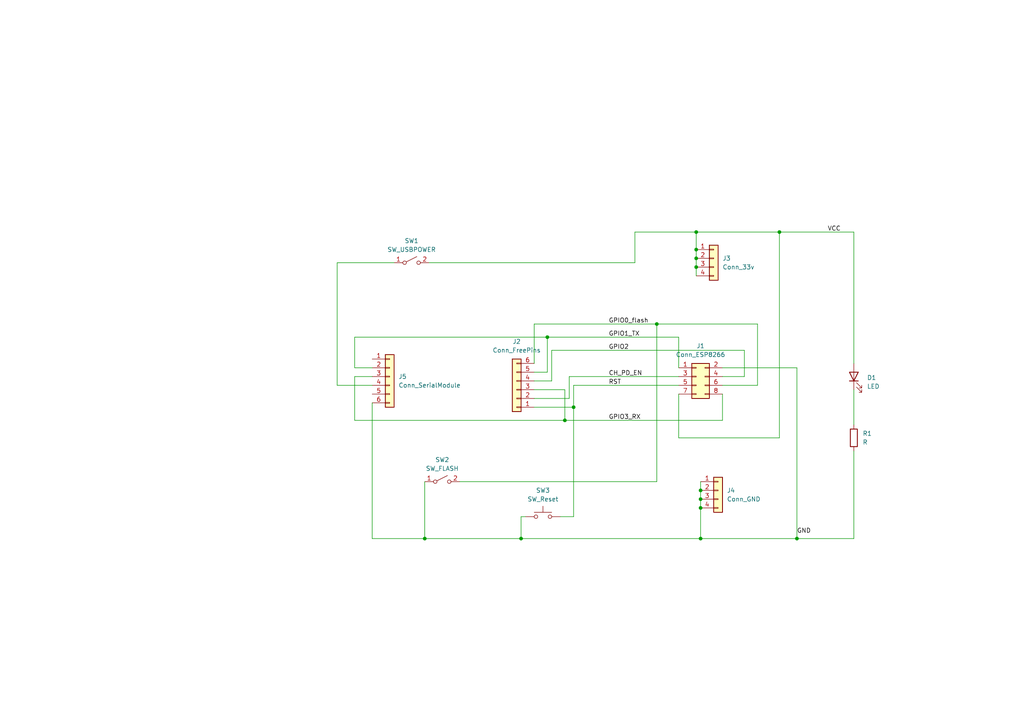
<source format=kicad_sch>
(kicad_sch (version 20231120) (generator "eeschema") (generator_version "8.0")
  (paper "A4")
  (lib_symbols
    (symbol "Connector_Generic:Conn_01x04" (pin_names (offset 1.016) hide)
      (property "Reference" "J" (at 0 5.08 0))
      (property "Value" "Conn_01x04" (at 0 -7.62 0))
      (symbol "Conn_01x04_1_1"
        (rectangle (start -1.27 -4.953) (end 0 -5.207) (stroke (width 0.1524)))
        (rectangle (start -1.27 -2.413) (end 0 -2.667) (stroke (width 0.1524)))
        (rectangle (start -1.27 0.127) (end 0 -0.127) (stroke (width 0.1524)))
        (rectangle (start -1.27 2.667) (end 0 2.413) (stroke (width 0.1524)))
        (rectangle (start -1.27 3.81) (end 1.27 -6.35) (stroke (width 0.254)) (fill (type background)))
        (pin passive line (at -5.08 2.54 0) (length 3.81) (name "Pin_1") (number "1"))
        (pin passive line (at -5.08 0 0) (length 3.81) (name "Pin_2") (number "2"))
        (pin passive line (at -5.08 -2.54 0) (length 3.81) (name "Pin_3") (number "3"))
        (pin passive line (at -5.08 -5.08 0) (length 3.81) (name "Pin_4") (number "4"))
      )
    )
    (symbol "Connector_Generic:Conn_01x06" (pin_names (offset 1.016) hide)
      (property "Reference" "J" (at 0 7.62 0))
      (property "Value" "Conn_01x06" (at 0 -10.16 0))
      (symbol "Conn_01x06_1_1"
        (rectangle (start -1.27 -7.493) (end 0 -7.747) (stroke (width 0.1524)))
        (rectangle (start -1.27 -4.953) (end 0 -5.207) (stroke (width 0.1524)))
        (rectangle (start -1.27 -2.413) (end 0 -2.667) (stroke (width 0.1524)))
        (rectangle (start -1.27 0.127) (end 0 -0.127) (stroke (width 0.1524)))
        (rectangle (start -1.27 2.667) (end 0 2.413) (stroke (width 0.1524)))
        (rectangle (start -1.27 5.207) (end 0 4.953) (stroke (width 0.1524)))
        (rectangle (start -1.27 6.35) (end 1.27 -8.89) (stroke (width 0.254)) (fill (type background)))
        (pin passive line (at -5.08 5.08 0) (length 3.81) (name "Pin_1") (number "1"))
        (pin passive line (at -5.08 2.54 0) (length 3.81) (name "Pin_2") (number "2"))
        (pin passive line (at -5.08 0 0) (length 3.81) (name "Pin_3") (number "3"))
        (pin passive line (at -5.08 -2.54 0) (length 3.81) (name "Pin_4") (number "4"))
        (pin passive line (at -5.08 -5.08 0) (length 3.81) (name "Pin_5") (number "5"))
        (pin passive line (at -5.08 -7.62 0) (length 3.81) (name "Pin_6") (number "6"))
      )
    )
    (symbol "Connector_Generic:Conn_02x04_Odd_Even" (pin_names (offset 1.016) hide)
      (property "Reference" "J" (at 1.27 5.08 0))
      (property "Value" "Conn_02x04_Odd_Even" (at 1.27 -7.62 0))
      (symbol "Conn_02x04_Odd_Even_1_1"
        (rectangle (start -1.27 -4.953) (end 0 -5.207) (stroke (width 0.1524)))
        (rectangle (start -1.27 -2.413) (end 0 -2.667) (stroke (width 0.1524)))
        (rectangle (start -1.27 0.127) (end 0 -0.127) (stroke (width 0.1524)))
        (rectangle (start -1.27 2.667) (end 0 2.413) (stroke (width 0.1524)))
        (rectangle (start -1.27 3.81) (end 3.81 -6.35) (stroke (width 0.254)) (fill (type background)))
        (rectangle (start 3.81 -4.953) (end 2.54 -5.207) (stroke (width 0.1524)))
        (rectangle (start 3.81 -2.413) (end 2.54 -2.667) (stroke (width 0.1524)))
        (rectangle (start 3.81 0.127) (end 2.54 -0.127) (stroke (width 0.1524)))
        (rectangle (start 3.81 2.667) (end 2.54 2.413) (stroke (width 0.1524)))
        (pin passive line (at -5.08 2.54 0) (length 3.81) (name "Pin_1") (number "1"))
        (pin passive line (at 7.62 2.54 180) (length 3.81) (name "Pin_2") (number "2"))
        (pin passive line (at -5.08 0 0) (length 3.81) (name "Pin_3") (number "3"))
        (pin passive line (at 7.62 0 180) (length 3.81) (name "Pin_4") (number "4"))
        (pin passive line (at -5.08 -2.54 0) (length 3.81) (name "Pin_5") (number "5"))
        (pin passive line (at 7.62 -2.54 180) (length 3.81) (name "Pin_6") (number "6"))
        (pin passive line (at -5.08 -5.08 0) (length 3.81) (name "Pin_7") (number "7"))
        (pin passive line (at 7.62 -5.08 180) (length 3.81) (name "Pin_8") (number "8"))
      )
    )
    (symbol "Device:LED" (pin_numbers hide) (pin_names (offset 1.016) hide)
      (property "Reference" "D" (at 0 2.54 0))
      (property "Value" "LED" (at 0 -2.54 0))
      (symbol "LED_0_1"
        (polyline (pts (xy -1.27 -1.27) (xy -1.27 1.27)) (stroke (width 0.254)))
        (polyline (pts (xy -1.27 0) (xy 1.27 0)))
        (polyline (pts (xy 1.27 -1.27) (xy 1.27 1.27) (xy -1.27 0) (xy 1.27 -1.27)) (stroke (width 0.254)))
        (polyline (pts (xy -3.048 -0.762) (xy -4.572 -2.286) (xy -3.81 -2.286) (xy -4.572 -2.286) (xy -4.572 -1.524)))
        (polyline (pts (xy -1.778 -0.762) (xy -3.302 -2.286) (xy -2.54 -2.286) (xy -3.302 -2.286) (xy -3.302 -1.524)))
      )
      (symbol "LED_1_1"
        (pin passive line (at -3.81 0 0) (length 2.54) (name "K") (number "1"))
        (pin passive line (at 3.81 0 180) (length 2.54) (name "A") (number "2"))
      )
    )
    (symbol "Device:R" (pin_numbers hide) (pin_names (offset 0))
      (property "Reference" "R" (at 2.032 0 90))
      (property "Value" "R" (at 0 0 90))
      (symbol "R_0_1"
        (rectangle (start -1.016 -2.54) (end 1.016 2.54) (stroke (width 0.254)))
      )
      (symbol "R_1_1"
        (pin passive line (at 0 3.81 270) (length 1.27) (name "~") (number "1"))
        (pin passive line (at 0 -3.81 90) (length 1.27) (name "~") (number "2"))
      )
    )
    (symbol "Switch:SW_Push" (pin_numbers hide) (pin_names (offset 1.016) hide)
      (property "Reference" "SW" (at 1.27 2.54 0))
      (property "Value" "SW_Push" (at 0 -1.524 0))
      (symbol "SW_Push_0_1"
        (circle (center -2.032 0) (radius 0.508))
        (polyline (pts (xy 0 1.27) (xy 0 3.048)))
        (polyline (pts (xy 2.54 1.27) (xy -2.54 1.27)))
        (circle (center 2.032 0) (radius 0.508))
        (pin passive line (at -5.08 0 0) (length 2.54) (name "1") (number "1"))
        (pin passive line (at 5.08 0 180) (length 2.54) (name "2") (number "2"))
      )
    )
    (symbol "Switch:SW_SPST" (pin_names (offset 0) hide)
      (property "Reference" "SW" (at 0 3.175 0))
      (property "Value" "SW_SPST" (at 0 -2.54 0))
      (symbol "SW_SPST_0_0"
        (circle (center -2.032 0) (radius 0.508))
        (polyline (pts (xy -1.524 0.254) (xy 1.524 1.778)))
        (circle (center 2.032 0) (radius 0.508))
      )
      (symbol "SW_SPST_1_1"
        (pin passive line (at -5.08 0 0) (length 2.54) (name "A") (number "1"))
        (pin passive line (at 5.08 0 180) (length 2.54) (name "B") (number "2"))
      )
    )
  )
  (junction (at 203.2 144.78))
  (junction (at 123.19 156.21))
  (junction (at 201.93 67.31))
  (junction (at 163.83 121.92))
  (junction (at 151.13 156.21))
  (junction (at 203.2 147.32))
  (junction (at 203.2 142.24))
  (junction (at 201.93 72.39))
  (junction (at 201.93 74.93))
  (junction (at 203.2 156.21))
  (junction (at 201.93 77.47))
  (junction (at 158.75 97.79))
  (junction (at 226.06 67.31))
  (junction (at 166.37 118.11))
  (junction (at 190.5 93.98))
  (junction (at 231.14 156.21))
  (wire (pts (xy 165.1 115.57) (xy 154.94 115.57)))
  (wire (pts (xy 209.55 111.76) (xy 219.71 111.76)))
  (wire (pts (xy 203.2 156.21) (xy 203.2 147.32)))
  (wire (pts (xy 196.85 109.22) (xy 165.1 109.22)))
  (wire (pts (xy 247.65 130.81) (xy 247.65 156.21)))
  (wire (pts (xy 209.55 109.22) (xy 215.9 109.22)))
  (wire (pts (xy 209.55 106.68) (xy 231.14 106.68)))
  (wire (pts (xy 184.15 67.31) (xy 201.93 67.31)))
  (wire (pts (xy 219.71 111.76) (xy 219.71 93.98)))
  (wire (pts (xy 215.9 109.22) (xy 215.9 101.6)))
  (wire (pts (xy 247.65 113.03) (xy 247.65 123.19)))
  (wire (pts (xy 163.83 113.03) (xy 154.94 113.03)))
  (wire (pts (xy 190.5 93.98) (xy 190.5 139.7)))
  (wire (pts (xy 226.06 67.31) (xy 247.65 67.31)))
  (wire (pts (xy 107.95 116.84) (xy 107.95 156.21)))
  (wire (pts (xy 97.79 111.76) (xy 97.79 76.2)))
  (wire (pts (xy 152.4 149.86) (xy 151.13 149.86)))
  (wire (pts (xy 97.79 76.2) (xy 114.3 76.2)))
  (wire (pts (xy 102.87 109.22) (xy 102.87 121.92)))
  (wire (pts (xy 209.55 114.3) (xy 209.55 121.92)))
  (wire (pts (xy 151.13 156.21) (xy 203.2 156.21)))
  (wire (pts (xy 166.37 118.11) (xy 166.37 149.86)))
  (wire (pts (xy 209.55 121.92) (xy 163.83 121.92)))
  (wire (pts (xy 196.85 111.76) (xy 166.37 111.76)))
  (wire (pts (xy 231.14 156.21) (xy 203.2 156.21)))
  (wire (pts (xy 201.93 74.93) (xy 201.93 77.47)))
  (wire (pts (xy 102.87 97.79) (xy 158.75 97.79)))
  (wire (pts (xy 107.95 106.68) (xy 102.87 106.68)))
  (wire (pts (xy 215.9 101.6) (xy 160.02 101.6)))
  (wire (pts (xy 196.85 114.3) (xy 196.85 127)))
  (wire (pts (xy 133.35 139.7) (xy 190.5 139.7)))
  (wire (pts (xy 154.94 93.98) (xy 154.94 105.41)))
  (wire (pts (xy 165.1 109.22) (xy 165.1 115.57)))
  (wire (pts (xy 219.71 93.98) (xy 190.5 93.98)))
  (wire (pts (xy 166.37 149.86) (xy 162.56 149.86)))
  (wire (pts (xy 201.93 77.47) (xy 201.93 80.01)))
  (wire (pts (xy 203.2 144.78) (xy 203.2 147.32)))
  (wire (pts (xy 190.5 93.98) (xy 154.94 93.98)))
  (wire (pts (xy 201.93 72.39) (xy 201.93 67.31)))
  (wire (pts (xy 160.02 101.6) (xy 160.02 110.49)))
  (wire (pts (xy 203.2 142.24) (xy 203.2 144.78)))
  (wire (pts (xy 102.87 106.68) (xy 102.87 97.79)))
  (wire (pts (xy 151.13 149.86) (xy 151.13 156.21)))
  (wire (pts (xy 196.85 97.79) (xy 196.85 106.68)))
  (wire (pts (xy 196.85 127) (xy 226.06 127)))
  (wire (pts (xy 158.75 97.79) (xy 196.85 97.79)))
  (wire (pts (xy 102.87 121.92) (xy 163.83 121.92)))
  (wire (pts (xy 203.2 139.7) (xy 203.2 142.24)))
  (wire (pts (xy 247.65 67.31) (xy 247.65 105.41)))
  (wire (pts (xy 107.95 109.22) (xy 102.87 109.22)))
  (wire (pts (xy 158.75 97.79) (xy 158.75 107.95)))
  (wire (pts (xy 123.19 156.21) (xy 151.13 156.21)))
  (wire (pts (xy 247.65 156.21) (xy 231.14 156.21)))
  (wire (pts (xy 166.37 118.11) (xy 154.94 118.11)))
  (wire (pts (xy 158.75 107.95) (xy 154.94 107.95)))
  (wire (pts (xy 107.95 156.21) (xy 123.19 156.21)))
  (wire (pts (xy 124.46 76.2) (xy 184.15 76.2)))
  (wire (pts (xy 107.95 111.76) (xy 97.79 111.76)))
  (wire (pts (xy 163.83 121.92) (xy 163.83 113.03)))
  (wire (pts (xy 166.37 111.76) (xy 166.37 118.11)))
  (wire (pts (xy 201.93 72.39) (xy 201.93 74.93)))
  (wire (pts (xy 123.19 139.7) (xy 123.19 156.21)))
  (wire (pts (xy 226.06 127) (xy 226.06 67.31)))
  (wire (pts (xy 201.93 67.31) (xy 226.06 67.31)))
  (wire (pts (xy 160.02 110.49) (xy 154.94 110.49)))
  (wire (pts (xy 231.14 106.68) (xy 231.14 156.21)))
  (wire (pts (xy 184.15 76.2) (xy 184.15 67.31)))
  (label "GPIO3_RX" (at 176.53 121.92 0))
  (label "CH_PD_EN" (at 176.53 109.22 0))
  (label "GPIO1_TX" (at 176.53 97.79 0))
  (label "GPIO0_flash" (at 176.53 93.98 0))
  (label "GND" (at 231.14 154.94 0))
  (label "RST" (at 176.53 111.76 0))
  (label "GPIO2" (at 176.53 101.6 0))
  (label "VCC" (at 240.03 67.31 0))
  (symbol (lib_id "Connector_Generic:Conn_02x04_Odd_Even") (at 201.93 109.22 0) (unit 1)
    (property "Reference" "J1" (at 203.2 100.33 0))
    (property "Value" "Conn_ESP8266" (at 203.2 102.87 0))
    (property "Footprint" "Connector_PinHeader_2.54mm:PinHeader_2x04_P2.54mm_Vertical" (effects (hide yes)))
    (property "Description" "Generic connector, double row, 02x04, odd/even pin numbering scheme (row 1 odd numbers, row 2 even numbers), script generated (kicad-library-utils/schlib/autogen/connector/)" (effects (hide yes)))
  )
  (symbol (lib_id "Switch:SW_SPST") (at 119.38 76.2 0) (unit 1)
    (property "Reference" "SW1" (at 119.38 69.85 0))
    (property "Value" "SW_USBPOWER" (at 119.38 72.39 0))
    (property "Footprint" "Button_Switch_THT:SW_PUSH_6mm_H5mm" (effects (hide yes)))
    (property "Description" "Single Pole Single Throw (SPST) switch" (effects (hide yes)))
  )
  (symbol (lib_id "Connector_Generic:Conn_01x06") (at 113.03 109.22 0) (unit 1)
    (property "Reference" "J5" (at 115.57 109.2199 0) (effects (justify left)))
    (property "Value" "Conn_SerialModule" (at 115.57 111.7599 0) (effects (justify left)))
    (property "Footprint" "Connector_PinHeader_2.54mm:PinHeader_1x06_P2.54mm_Vertical" (effects (hide yes)))
    (property "Description" "Generic connector, single row, 01x06, script generated (kicad-library-utils/schlib/autogen/connector/)" (effects (hide yes)))
  )
  (symbol (lib_id "Device:R") (at 247.65 127 0) (unit 1)
    (property "Reference" "R1" (at 250.19 125.7299 0) (effects (justify left)))
    (property "Value" "R" (at 250.19 128.2699 0) (effects (justify left)))
    (property "Footprint" "Resistor_THT:R_Axial_DIN0309_L9.0mm_D3.2mm_P2.54mm_Vertical" (effects (hide yes)))
    (property "Description" "Resistor" (effects (hide yes)))
  )
  (symbol (lib_id "Connector_Generic:Conn_01x04") (at 207.01 74.93 0) (unit 1)
    (property "Reference" "J3" (at 209.55 74.9299 0) (effects (justify left)))
    (property "Value" "Conn_33v" (at 209.55 77.4699 0) (effects (justify left)))
    (property "Footprint" "Connector_PinHeader_2.54mm:PinHeader_1x04_P2.54mm_Vertical" (effects (hide yes)))
    (property "Description" "Generic connector, single row, 01x04, script generated (kicad-library-utils/schlib/autogen/connector/)" (effects (hide yes)))
  )
  (symbol (lib_id "Connector_Generic:Conn_01x04") (at 208.28 142.24 0) (unit 1)
    (property "Reference" "J4" (at 210.82 142.2399 0) (effects (justify left)))
    (property "Value" "Conn_GND" (at 210.82 144.7799 0) (effects (justify left)))
    (property "Footprint" "Connector_PinHeader_2.54mm:PinHeader_1x04_P2.54mm_Vertical" (effects (hide yes)))
    (property "Description" "Generic connector, single row, 01x04, script generated (kicad-library-utils/schlib/autogen/connector/)" (effects (hide yes)))
  )
  (symbol (lib_id "Switch:SW_Push") (at 157.48 149.86 0) (unit 1)
    (property "Reference" "SW3" (at 157.48 142.24 0))
    (property "Value" "SW_Reset" (at 157.48 144.78 0))
    (property "Footprint" "Button_Switch_THT:SW_PUSH_6mm_H5mm" (effects (hide yes)))
    (property "Description" "Push button switch, generic, two pins" (effects (hide yes)))
  )
  (symbol (lib_id "Connector_Generic:Conn_01x06") (at 149.86 113.03 180) (unit 1)
    (property "Reference" "J2" (at 149.86 99.06 0))
    (property "Value" "Conn_FreePins" (at 149.86 101.6 0))
    (property "Footprint" "Connector_PinHeader_2.54mm:PinHeader_1x06_P2.54mm_Vertical" (effects (hide yes)))
    (property "Description" "Generic connector, single row, 01x06, script generated (kicad-library-utils/schlib/autogen/connector/)" (effects (hide yes)))
  )
  (symbol (lib_id "Device:LED") (at 247.65 109.22 90) (unit 1)
    (property "Reference" "D1" (at 251.46 109.5374 90) (effects (justify right)))
    (property "Value" "LED" (at 251.46 112.0774 90) (effects (justify right)))
    (property "Footprint" "LED_THT:LED_D5.0mm" (effects (hide yes)))
    (property "Description" "Light emitting diode" (effects (hide yes)))
  )
  (symbol (lib_id "Switch:SW_SPST") (at 128.27 139.7 0) (unit 1)
    (property "Reference" "SW2" (at 128.27 133.35 0))
    (property "Value" "SW_FLASH" (at 128.27 135.89 0))
    (property "Footprint" "Button_Switch_THT:SW_PUSH_6mm_H5mm" (effects (hide yes)))
    (property "Description" "Single Pole Single Throw (SPST) switch" (effects (hide yes)))
  )
)
</source>
